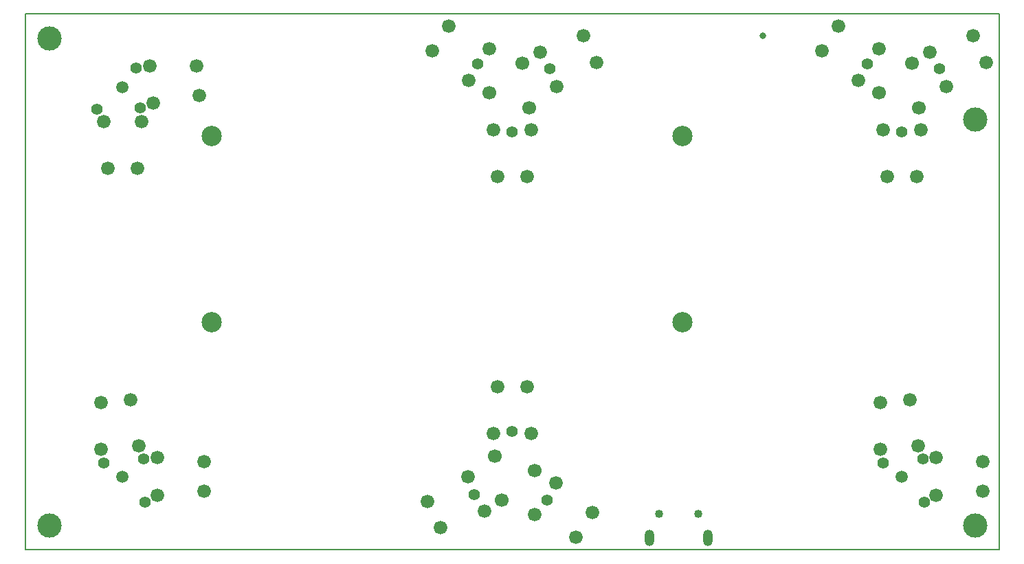
<source format=gts>
G04*
G04 #@! TF.GenerationSoftware,Altium Limited,Altium Designer,19.0.10 (269)*
G04*
G04 Layer_Color=8388736*
%FSLAX44Y44*%
%MOMM*%
G71*
G01*
G75*
%ADD14C,0.2000*%
%ADD15C,0.2000*%
%ADD16C,1.7000*%
%ADD17C,1.4000*%
%ADD18C,1.6800*%
%ADD19C,1.5000*%
%ADD20C,0.8000*%
%ADD21O,1.2000X2.0000*%
%ADD22C,1.0160*%
%ADD23C,2.5000*%
%ADD24C,3.0000*%
D14*
X762500Y-250D02*
X767500D01*
X842500D02*
X847750D01*
X0Y0D02*
Y660000D01*
X1200000D01*
X1200000Y0D01*
X0D02*
X1200000D01*
D15*
X611200Y200310D02*
D03*
X574800D02*
D03*
X569700Y142730D02*
D03*
X616300D02*
D03*
X538470Y89330D02*
D03*
X488960Y59510D02*
D03*
X504920Y26790D02*
D03*
X558900Y47450D02*
D03*
X620840Y43110D02*
D03*
X646900Y81750D02*
D03*
X671430Y15150D02*
D03*
X691780Y45320D02*
D03*
X1090000Y177560D02*
D03*
X1053730Y174390D02*
D03*
X1100090Y120650D02*
D03*
X1053670Y116590D02*
D03*
X1122420Y106300D02*
D03*
X1180000Y101200D02*
D03*
Y64800D02*
D03*
X1122420Y59700D02*
D03*
X1068800Y459690D02*
D03*
X1105200D02*
D03*
X1110300Y517270D02*
D03*
X1063700D02*
D03*
X1141530Y570670D02*
D03*
X1191040Y600490D02*
D03*
X1175080Y633210D02*
D03*
X1121100Y612550D02*
D03*
X1059160Y616890D02*
D03*
X1033100Y578250D02*
D03*
X1008570Y644850D02*
D03*
X988220Y614680D02*
D03*
X588800Y459690D02*
D03*
X625200D02*
D03*
X630300Y517270D02*
D03*
X583700D02*
D03*
X661530Y570670D02*
D03*
X711040Y600490D02*
D03*
X695080Y633210D02*
D03*
X641100Y612550D02*
D03*
X579160Y616890D02*
D03*
X553100Y578250D02*
D03*
X528570Y644850D02*
D03*
X508220Y614680D02*
D03*
X130000Y177560D02*
D03*
X93730Y174390D02*
D03*
X140090Y120650D02*
D03*
X93670Y116590D02*
D03*
X162420Y106300D02*
D03*
X220000Y101200D02*
D03*
Y64800D02*
D03*
X162420Y59700D02*
D03*
X207561Y560001D02*
D03*
X204390Y596270D02*
D03*
X150650Y549909D02*
D03*
X146590Y596330D02*
D03*
X136299Y527579D02*
D03*
X131200Y470001D02*
D03*
X94800Y470000D02*
D03*
X89700Y527580D02*
D03*
D16*
X587310Y60620D02*
D03*
X628060Y97330D02*
D03*
X578950Y115410D02*
D03*
X1092690Y599380D02*
D03*
X1051940Y562670D02*
D03*
X1101050Y544590D02*
D03*
X612690Y599380D02*
D03*
X571940Y562670D02*
D03*
X621050Y544590D02*
D03*
D17*
X600000Y145230D02*
D03*
X553440Y67290D02*
D03*
X642950Y61030D02*
D03*
X1056560Y106370D02*
D03*
X1107580Y58180D02*
D03*
X1105960Y112070D02*
D03*
X1080000Y514770D02*
D03*
X1126560Y592710D02*
D03*
X1037050Y598970D02*
D03*
X600000Y514770D02*
D03*
X646560Y592710D02*
D03*
X557050Y598970D02*
D03*
X96560Y106370D02*
D03*
X147580Y58180D02*
D03*
X145960Y112070D02*
D03*
X136370Y593440D02*
D03*
X88180Y542422D02*
D03*
X142070Y544040D02*
D03*
D18*
X618200Y200310D02*
D03*
X581800D02*
D03*
X576700Y142730D02*
D03*
X623300D02*
D03*
X545470Y89330D02*
D03*
X495960Y59510D02*
D03*
X511920Y26790D02*
D03*
X565900Y47450D02*
D03*
X627840Y43110D02*
D03*
X653900Y81750D02*
D03*
X678430Y15150D02*
D03*
X698780Y45320D02*
D03*
X1090000Y184560D02*
D03*
X1053730Y181390D02*
D03*
X1100090Y127650D02*
D03*
X1053670Y123590D02*
D03*
X1122420Y113300D02*
D03*
X1180000Y108200D02*
D03*
Y71800D02*
D03*
X1122420Y66700D02*
D03*
X1061800Y459690D02*
D03*
X1098200D02*
D03*
X1103300Y517270D02*
D03*
X1056700D02*
D03*
X1134530Y570670D02*
D03*
X1184040Y600490D02*
D03*
X1168080Y633210D02*
D03*
X1114100Y612550D02*
D03*
X1052160Y616890D02*
D03*
X1026100Y578250D02*
D03*
X1001570Y644850D02*
D03*
X981220Y614680D02*
D03*
X581800Y459690D02*
D03*
X618200D02*
D03*
X623300Y517270D02*
D03*
X576700D02*
D03*
X654530Y570670D02*
D03*
X704040Y600490D02*
D03*
X688080Y633210D02*
D03*
X634100Y612550D02*
D03*
X572160Y616890D02*
D03*
X546100Y578250D02*
D03*
X521570Y644850D02*
D03*
X501220Y614680D02*
D03*
X130000Y184560D02*
D03*
X93730Y181390D02*
D03*
X140090Y127650D02*
D03*
X93670Y123590D02*
D03*
X162420Y113300D02*
D03*
X220000Y108200D02*
D03*
Y71800D02*
D03*
X162420Y66700D02*
D03*
X214562Y560000D02*
D03*
X211389Y596270D02*
D03*
X157650Y549910D02*
D03*
X153590Y596330D02*
D03*
X143300Y527580D02*
D03*
X138200Y469999D02*
D03*
X101801Y470000D02*
D03*
X96701Y527580D02*
D03*
D19*
X1080000Y90000D02*
D03*
X120000D02*
D03*
Y570000D02*
D03*
D20*
X909000Y633000D02*
D03*
D21*
X769000Y14250D02*
D03*
X841000D02*
D03*
D22*
X780750Y44250D02*
D03*
X829250D02*
D03*
D23*
X810000Y510000D02*
D03*
X230000Y510000D02*
D03*
X810000Y280000D02*
D03*
X230000D02*
D03*
D24*
X1170000Y30000D02*
D03*
Y530000D02*
D03*
X30000Y30000D02*
D03*
Y630000D02*
D03*
M02*

</source>
